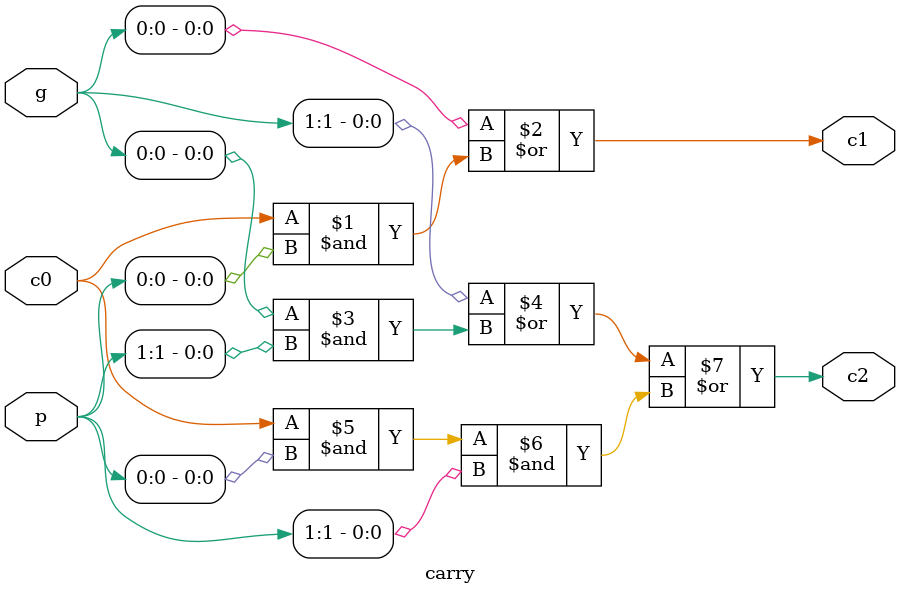
<source format=v>

module carry(c1, c2, p, g, c0);
    // Output port declarations:
    output c1, c2;       // Carry signals: c1 is carry into second block, c2 is final carry-out
    
    // Input port declarations:
    input [1:0] p, g;    // Group propagate and generate signals from two blocks
    input c0;            // Initial carry-in to the first block
    
    // Calculate c1 (carry into the second block)
    // This is the carry-out from the first block, which occurs if:
    // - The first block generates a carry (g[0]), OR
    // - The initial carry-in (c0) propagates through the first block (c0 & p[0])
    assign c1 = g[0] | (c0 & p[0]);  
    
    // Calculate c2 (final carry-out after the second block)
    // This occurs if:
    // - The second block generates a carry (g[1]), OR
    // - The first block generates a carry that propagates through the second block (g[0] & p[1]), OR
    // - The initial carry-in propagates through both blocks (c0 & p[0] & p[1])
    assign c2 = g[1] | (g[0] & p[1]) | (c0 & p[0] & p[1]);

endmodule
</source>
